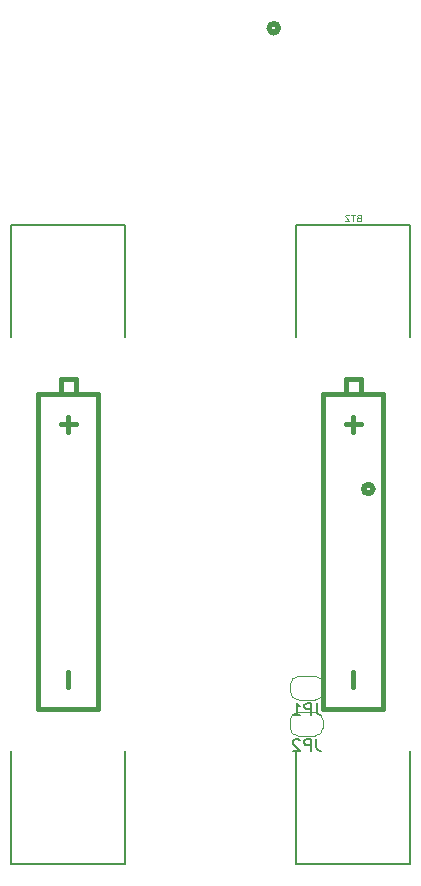
<source format=gbo>
G04 #@! TF.GenerationSoftware,KiCad,Pcbnew,(5.1.10-1-10_14)*
G04 #@! TF.CreationDate,2021-09-07T21:53:28-06:00*
G04 #@! TF.ProjectId,soil_moisture_0.5,736f696c-5f6d-46f6-9973-747572655f30,0.5*
G04 #@! TF.SameCoordinates,Original*
G04 #@! TF.FileFunction,Legend,Bot*
G04 #@! TF.FilePolarity,Positive*
%FSLAX46Y46*%
G04 Gerber Fmt 4.6, Leading zero omitted, Abs format (unit mm)*
G04 Created by KiCad (PCBNEW (5.1.10-1-10_14)) date 2021-09-07 21:53:28*
%MOMM*%
%LPD*%
G01*
G04 APERTURE LIST*
%ADD10C,0.508000*%
%ADD11C,0.203200*%
%ADD12C,0.406400*%
%ADD13C,0.120000*%
%ADD14C,0.115824*%
%ADD15C,0.150000*%
G04 APERTURE END LIST*
D10*
X154940000Y-54102000D02*
G75*
G03*
X154178000Y-54102000I-381000J0D01*
G01*
X154178000Y-54102000D02*
G75*
G03*
X154940000Y-54102000I381000J0D01*
G01*
D11*
X156464000Y-124841000D02*
X156464000Y-115316000D01*
X166116000Y-115316000D02*
X166116000Y-124841000D01*
X166116000Y-124841000D02*
X156464000Y-124841000D01*
X166116000Y-80264000D02*
X166116000Y-70739000D01*
X166116000Y-70739000D02*
X156464000Y-70739000D01*
X156464000Y-70739000D02*
X156464000Y-80264000D01*
D12*
X158750000Y-111760000D02*
X158750000Y-85090000D01*
X158750000Y-85090000D02*
X160705800Y-85090000D01*
X160705800Y-85090000D02*
X161975800Y-85090000D01*
X161975800Y-85090000D02*
X163830000Y-85090000D01*
X163830000Y-85090000D02*
X163830000Y-111760000D01*
X163830000Y-111760000D02*
X158750000Y-111760000D01*
X160705800Y-85090000D02*
X160705800Y-83820000D01*
X160705800Y-83820000D02*
X161975800Y-83820000D01*
X161975800Y-83820000D02*
X161975800Y-85090000D01*
X161290000Y-109855000D02*
X161290000Y-108585000D01*
X161290000Y-88265000D02*
X161290000Y-86995000D01*
X160655000Y-87630000D02*
X161925000Y-87630000D01*
X136525000Y-87630000D02*
X137795000Y-87630000D01*
X137160000Y-88265000D02*
X137160000Y-86995000D01*
X137160000Y-109855000D02*
X137160000Y-108585000D01*
X137845800Y-83820000D02*
X137845800Y-85090000D01*
X136575800Y-83820000D02*
X137845800Y-83820000D01*
X136575800Y-85090000D02*
X136575800Y-83820000D01*
X139700000Y-111760000D02*
X134620000Y-111760000D01*
X139700000Y-85090000D02*
X139700000Y-111760000D01*
X137845800Y-85090000D02*
X139700000Y-85090000D01*
X136575800Y-85090000D02*
X137845800Y-85090000D01*
X134620000Y-85090000D02*
X136575800Y-85090000D01*
X134620000Y-111760000D02*
X134620000Y-85090000D01*
D11*
X132334000Y-70739000D02*
X132334000Y-80264000D01*
X141986000Y-70739000D02*
X132334000Y-70739000D01*
X141986000Y-80264000D02*
X141986000Y-70739000D01*
X141986000Y-124841000D02*
X132334000Y-124841000D01*
X141986000Y-115316000D02*
X141986000Y-124841000D01*
X132334000Y-124841000D02*
X132334000Y-115316000D01*
D10*
X162560000Y-92735400D02*
G75*
G03*
X162560000Y-93497400I0J-381000D01*
G01*
X162560000Y-93497400D02*
G75*
G03*
X162560000Y-92735400I0J381000D01*
G01*
D13*
X156668000Y-110982000D02*
X158068000Y-110982000D01*
X158768000Y-110282000D02*
X158768000Y-109682000D01*
X158068000Y-108982000D02*
X156668000Y-108982000D01*
X155968000Y-109682000D02*
X155968000Y-110282000D01*
X158068000Y-110982000D02*
G75*
G03*
X158768000Y-110282000I0J700000D01*
G01*
X158768000Y-109682000D02*
G75*
G03*
X158068000Y-108982000I-700000J0D01*
G01*
X156668000Y-108982000D02*
G75*
G03*
X155968000Y-109682000I0J-700000D01*
G01*
X155968000Y-110282000D02*
G75*
G03*
X156668000Y-110982000I700000J0D01*
G01*
X156638000Y-114030000D02*
X158038000Y-114030000D01*
X158738000Y-113330000D02*
X158738000Y-112730000D01*
X158038000Y-112030000D02*
X156638000Y-112030000D01*
X155938000Y-112730000D02*
X155938000Y-113330000D01*
X158038000Y-114030000D02*
G75*
G03*
X158738000Y-113330000I0J700000D01*
G01*
X158738000Y-112730000D02*
G75*
G03*
X158038000Y-112030000I-700000J0D01*
G01*
X156638000Y-112030000D02*
G75*
G03*
X155938000Y-112730000I0J-700000D01*
G01*
X155938000Y-113330000D02*
G75*
G03*
X156638000Y-114030000I700000J0D01*
G01*
D14*
X161745022Y-70154074D02*
X161662291Y-70181651D01*
X161634714Y-70209228D01*
X161607137Y-70264382D01*
X161607137Y-70347114D01*
X161634714Y-70402268D01*
X161662291Y-70429845D01*
X161717445Y-70457422D01*
X161938062Y-70457422D01*
X161938062Y-69878302D01*
X161745022Y-69878302D01*
X161689868Y-69905880D01*
X161662291Y-69933457D01*
X161634714Y-69988611D01*
X161634714Y-70043765D01*
X161662291Y-70098920D01*
X161689868Y-70126497D01*
X161745022Y-70154074D01*
X161938062Y-70154074D01*
X161441674Y-69878302D02*
X161110748Y-69878302D01*
X161276211Y-70457422D02*
X161276211Y-69878302D01*
X160945285Y-69933457D02*
X160917708Y-69905880D01*
X160862554Y-69878302D01*
X160724668Y-69878302D01*
X160669514Y-69905880D01*
X160641937Y-69933457D01*
X160614360Y-69988611D01*
X160614360Y-70043765D01*
X160641937Y-70126497D01*
X160972862Y-70457422D01*
X160614360Y-70457422D01*
D15*
X158201333Y-111234380D02*
X158201333Y-111948666D01*
X158248952Y-112091523D01*
X158344190Y-112186761D01*
X158487047Y-112234380D01*
X158582285Y-112234380D01*
X157725142Y-112234380D02*
X157725142Y-111234380D01*
X157344190Y-111234380D01*
X157248952Y-111282000D01*
X157201333Y-111329619D01*
X157153714Y-111424857D01*
X157153714Y-111567714D01*
X157201333Y-111662952D01*
X157248952Y-111710571D01*
X157344190Y-111758190D01*
X157725142Y-111758190D01*
X156201333Y-112234380D02*
X156772761Y-112234380D01*
X156487047Y-112234380D02*
X156487047Y-111234380D01*
X156582285Y-111377238D01*
X156677523Y-111472476D01*
X156772761Y-111520095D01*
X158171333Y-114282380D02*
X158171333Y-114996666D01*
X158218952Y-115139523D01*
X158314190Y-115234761D01*
X158457047Y-115282380D01*
X158552285Y-115282380D01*
X157695142Y-115282380D02*
X157695142Y-114282380D01*
X157314190Y-114282380D01*
X157218952Y-114330000D01*
X157171333Y-114377619D01*
X157123714Y-114472857D01*
X157123714Y-114615714D01*
X157171333Y-114710952D01*
X157218952Y-114758571D01*
X157314190Y-114806190D01*
X157695142Y-114806190D01*
X156742761Y-114377619D02*
X156695142Y-114330000D01*
X156599904Y-114282380D01*
X156361809Y-114282380D01*
X156266571Y-114330000D01*
X156218952Y-114377619D01*
X156171333Y-114472857D01*
X156171333Y-114568095D01*
X156218952Y-114710952D01*
X156790380Y-115282380D01*
X156171333Y-115282380D01*
M02*

</source>
